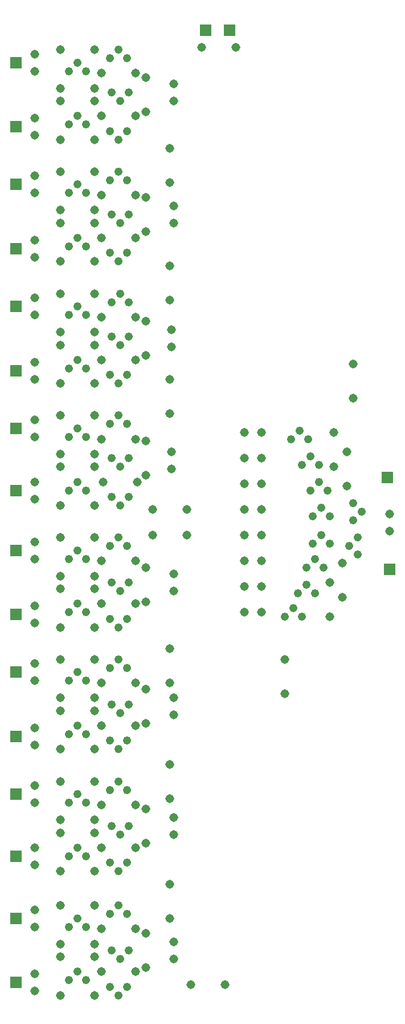
<source format=gtl>
G75*
G70*
%OFA0B0*%
%FSLAX24Y24*%
%IPPOS*%
%LPD*%
%AMOC8*
5,1,8,0,0,1.08239X$1,22.5*
%
%ADD10C,0.0476*%
%ADD11C,0.0515*%
%ADD12R,0.0709X0.0709*%
D10*
X004350Y005285D03*
X004850Y005785D03*
X005350Y005285D03*
X006725Y004910D03*
X007225Y004410D03*
X007725Y004910D03*
X007350Y006535D03*
X006850Y007035D03*
X007850Y007035D03*
X007725Y009160D03*
X007225Y009660D03*
X006725Y009160D03*
X007225Y011660D03*
X006725Y012160D03*
X007350Y013785D03*
X006850Y014285D03*
X006725Y016410D03*
X007225Y016910D03*
X007725Y016410D03*
X007850Y014285D03*
X007725Y012160D03*
X005350Y012535D03*
X004850Y013035D03*
X004350Y012535D03*
X004350Y015660D03*
X004850Y016160D03*
X005350Y015660D03*
X006725Y019285D03*
X007225Y018785D03*
X007725Y019285D03*
X007350Y020910D03*
X006850Y021410D03*
X006725Y023535D03*
X007225Y024035D03*
X007725Y023535D03*
X007850Y021410D03*
X007225Y025910D03*
X006725Y026410D03*
X007350Y028035D03*
X006850Y028535D03*
X006725Y030660D03*
X007225Y031160D03*
X007725Y030660D03*
X007850Y028535D03*
X007725Y026410D03*
X005350Y026785D03*
X004850Y027285D03*
X004350Y026785D03*
X004350Y029910D03*
X004850Y030410D03*
X005350Y029910D03*
X006850Y033535D03*
X007350Y033035D03*
X007850Y033535D03*
X007350Y035285D03*
X006850Y035785D03*
X006725Y037785D03*
X007225Y038285D03*
X007725Y037785D03*
X007850Y035785D03*
X007225Y040160D03*
X006725Y040660D03*
X007350Y042410D03*
X006850Y042910D03*
X007725Y040660D03*
X007850Y042910D03*
X007850Y044910D03*
X007350Y045410D03*
X006850Y044910D03*
X007225Y047285D03*
X006725Y047785D03*
X007350Y049535D03*
X006850Y050035D03*
X006725Y052035D03*
X007225Y052535D03*
X007725Y052035D03*
X007850Y050035D03*
X007725Y047785D03*
X005350Y048160D03*
X004850Y048660D03*
X004350Y048160D03*
X004350Y051285D03*
X004850Y051785D03*
X005350Y051285D03*
X006725Y054910D03*
X007225Y054410D03*
X007725Y054910D03*
X007350Y056660D03*
X006850Y057160D03*
X006725Y059160D03*
X007225Y059660D03*
X007725Y059160D03*
X007850Y057160D03*
X005350Y058410D03*
X004850Y058910D03*
X004350Y058410D03*
X004850Y055785D03*
X005350Y055285D03*
X004350Y055285D03*
X004850Y044660D03*
X005350Y044160D03*
X004850Y041535D03*
X005350Y041035D03*
X004350Y041035D03*
X004350Y044160D03*
X004850Y037535D03*
X005350Y037035D03*
X004850Y034410D03*
X005350Y033910D03*
X004350Y033910D03*
X004350Y037035D03*
X004850Y023285D03*
X005350Y022785D03*
X004850Y020160D03*
X005350Y019660D03*
X004350Y019660D03*
X004350Y022785D03*
X004850Y008910D03*
X005350Y008410D03*
X004350Y008410D03*
X016975Y026535D03*
X017475Y027035D03*
X017725Y027910D03*
X018225Y028410D03*
X018225Y029410D03*
X018725Y029910D03*
X019225Y029410D03*
X018725Y027910D03*
X017975Y026535D03*
X018600Y030785D03*
X019100Y031285D03*
X019600Y030785D03*
X019600Y032410D03*
X019100Y032910D03*
X018600Y032410D03*
X018475Y033910D03*
X018975Y034410D03*
X019475Y033910D03*
X018975Y035410D03*
X018475Y035910D03*
X018350Y036910D03*
X017850Y037410D03*
X017350Y036910D03*
X017975Y035410D03*
X020725Y030660D03*
X021225Y030160D03*
X021225Y031160D03*
X020975Y032160D03*
X020975Y033160D03*
X021475Y032660D03*
D11*
X020600Y034160D03*
X019850Y035285D03*
X020600Y036160D03*
X019850Y037285D03*
X020975Y039285D03*
X020975Y041285D03*
X023100Y032535D03*
X023100Y031535D03*
X020350Y029660D03*
X019600Y028535D03*
X020350Y027660D03*
X019600Y026535D03*
X016975Y024035D03*
X016975Y022035D03*
X015600Y026785D03*
X015600Y028285D03*
X015600Y029785D03*
X015600Y031285D03*
X015600Y032785D03*
X015600Y034285D03*
X015600Y035785D03*
X015600Y037285D03*
X014600Y037285D03*
X014600Y035785D03*
X014600Y034285D03*
X014600Y032785D03*
X014600Y031285D03*
X014600Y029785D03*
X014600Y028285D03*
X014600Y026785D03*
X011225Y031285D03*
X011225Y032785D03*
X010350Y035160D03*
X010350Y036160D03*
X010225Y038410D03*
X010225Y040410D03*
X010350Y042285D03*
X010350Y043285D03*
X010225Y045035D03*
X010225Y047035D03*
X010475Y049535D03*
X010475Y050535D03*
X010225Y051910D03*
X010225Y053910D03*
X010475Y056660D03*
X010475Y057660D03*
X012100Y059785D03*
X014100Y059785D03*
X008850Y058035D03*
X008225Y058285D03*
X008850Y056035D03*
X008225Y055785D03*
X006225Y055785D03*
X005850Y056660D03*
X005850Y057410D03*
X006225Y058285D03*
X005850Y059660D03*
X003850Y059660D03*
X003850Y057410D03*
X003850Y056660D03*
X003850Y054410D03*
X003850Y052535D03*
X003850Y050285D03*
X003850Y049535D03*
X003850Y047285D03*
X003850Y045410D03*
X003850Y043160D03*
X003850Y042410D03*
X003850Y040160D03*
X003850Y038285D03*
X003850Y036035D03*
X003850Y035285D03*
X003850Y033035D03*
X003850Y031160D03*
X003850Y028910D03*
X003850Y028160D03*
X003850Y025910D03*
X003850Y024035D03*
X003850Y021785D03*
X003850Y021035D03*
X003850Y018785D03*
X003850Y016910D03*
X003850Y014660D03*
X003850Y013910D03*
X003850Y011660D03*
X003850Y009660D03*
X003850Y007410D03*
X003850Y006660D03*
X003850Y004410D03*
X002350Y004660D03*
X002350Y005660D03*
X002350Y008410D03*
X002350Y009410D03*
X002350Y012035D03*
X002350Y013035D03*
X002350Y015660D03*
X002350Y016660D03*
X002350Y019035D03*
X002350Y020035D03*
X002350Y022785D03*
X002350Y023785D03*
X002350Y026160D03*
X002350Y027160D03*
X002350Y029910D03*
X002350Y030910D03*
X002350Y033410D03*
X002350Y034410D03*
X002350Y037035D03*
X002350Y038035D03*
X002350Y040410D03*
X002350Y041410D03*
X002350Y044160D03*
X002350Y045160D03*
X002350Y047535D03*
X002350Y048535D03*
X002350Y051285D03*
X002350Y052285D03*
X002350Y054660D03*
X002350Y055660D03*
X002350Y058410D03*
X002350Y059410D03*
X005850Y054410D03*
X005850Y052535D03*
X006225Y051160D03*
X005850Y050285D03*
X005850Y049535D03*
X006225Y048660D03*
X005850Y047285D03*
X005850Y045410D03*
X006225Y044035D03*
X005850Y043160D03*
X005850Y042410D03*
X006225Y041535D03*
X005850Y040160D03*
X005850Y038285D03*
X006225Y036910D03*
X005850Y036035D03*
X005850Y035285D03*
X006350Y034410D03*
X005850Y033035D03*
X005850Y031160D03*
X006225Y029785D03*
X005850Y028910D03*
X005850Y028160D03*
X006225Y027285D03*
X005850Y025910D03*
X005850Y024035D03*
X006225Y022660D03*
X005850Y021785D03*
X005850Y021035D03*
X006225Y020160D03*
X005850Y018785D03*
X005850Y016910D03*
X006225Y015535D03*
X005850Y014660D03*
X005850Y013910D03*
X006225Y013035D03*
X005850Y011660D03*
X005850Y009660D03*
X006225Y008285D03*
X005850Y007410D03*
X005850Y006660D03*
X006225Y005785D03*
X005850Y004410D03*
X008225Y005785D03*
X008850Y006035D03*
X008850Y008035D03*
X008225Y008285D03*
X008225Y013035D03*
X008850Y013285D03*
X008850Y015285D03*
X008225Y015535D03*
X008225Y020160D03*
X008850Y020285D03*
X008850Y022285D03*
X008225Y022660D03*
X008225Y027285D03*
X008850Y027410D03*
X008850Y029410D03*
X008225Y029785D03*
X009225Y031285D03*
X009225Y032785D03*
X008850Y034785D03*
X008350Y034410D03*
X008850Y036785D03*
X008225Y036910D03*
X008225Y041535D03*
X008850Y041785D03*
X008850Y043785D03*
X008225Y044035D03*
X008225Y048660D03*
X008850Y049035D03*
X008850Y051035D03*
X008225Y051160D03*
X010475Y029035D03*
X010475Y028035D03*
X010225Y024660D03*
X010225Y022660D03*
X010475Y021785D03*
X010475Y020785D03*
X010225Y017910D03*
X010225Y015910D03*
X010475Y014785D03*
X010475Y013785D03*
X010225Y010910D03*
X010225Y008910D03*
X010475Y007535D03*
X010475Y006535D03*
X011475Y005035D03*
X013475Y005035D03*
D12*
X001225Y005160D03*
X001225Y008910D03*
X001225Y012535D03*
X001225Y016160D03*
X001225Y019535D03*
X001225Y023285D03*
X001225Y026660D03*
X001225Y030410D03*
X001225Y033910D03*
X001225Y037535D03*
X001225Y040910D03*
X001225Y044660D03*
X001225Y048035D03*
X001225Y051785D03*
X001225Y055160D03*
X001225Y058910D03*
X012350Y060785D03*
X013725Y060785D03*
X022975Y034660D03*
X023100Y029285D03*
M02*

</source>
